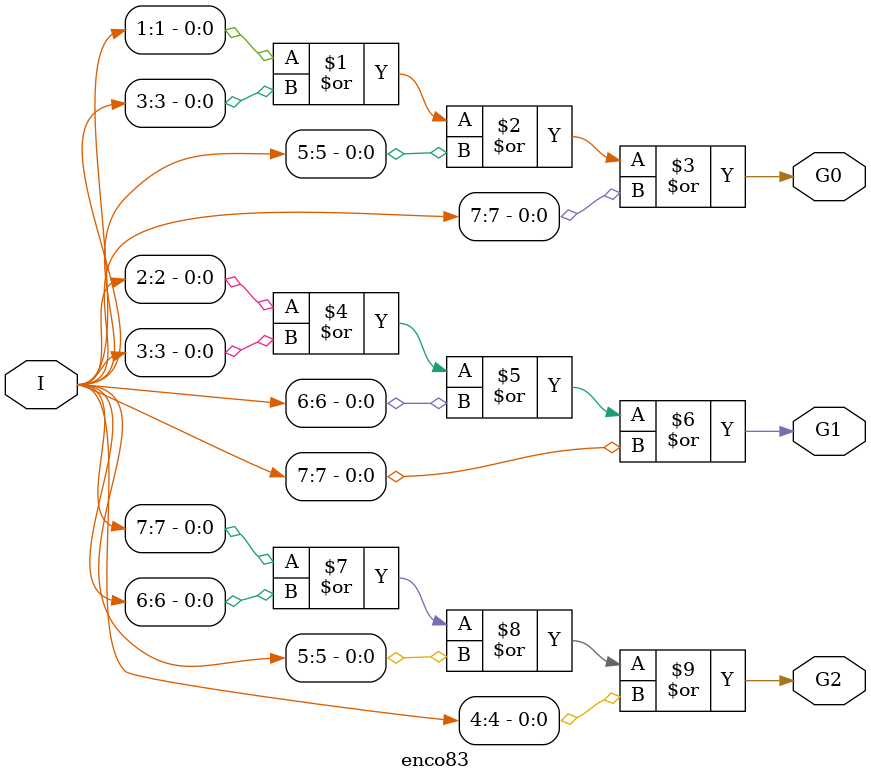
<source format=v>
module enco83(I,G0,G1,G2);
input [7:0]I;
output G0,G1,G2;
or g1(G0,I[1],I[3],I[5],I[7]);
or g2(G1,I[2],I[3],I[6],I[7]);
or g3(G2,I[7],I[6],I[5],I[4]);
endmodule

</source>
